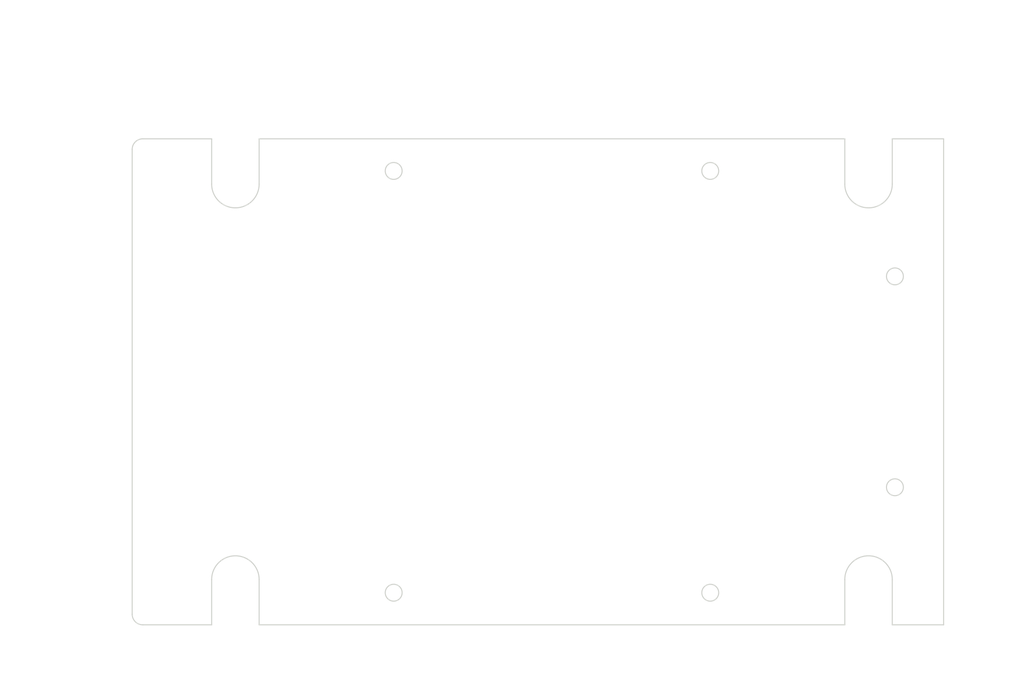
<source format=kicad_pcb>
(kicad_pcb (version 20171130) (host pcbnew "(5.1.0)-1")

  (general
    (thickness 1.6)
    (drawings 99)
    (tracks 0)
    (zones 0)
    (modules 0)
    (nets 1)
  )

  (page A4)
  (layers
    (0 F.Cu signal)
    (31 B.Cu signal)
    (32 B.Adhes user)
    (33 F.Adhes user)
    (34 B.Paste user)
    (35 F.Paste user)
    (36 B.SilkS user)
    (37 F.SilkS user)
    (38 B.Mask user)
    (39 F.Mask user)
    (40 Dwgs.User user)
    (41 Cmts.User user)
    (42 Eco1.User user)
    (43 Eco2.User user)
    (44 Edge.Cuts user)
    (45 Margin user)
    (46 B.CrtYd user)
    (47 F.CrtYd user)
    (48 B.Fab user)
    (49 F.Fab user)
  )

  (setup
    (last_trace_width 0.25)
    (trace_clearance 0.2)
    (zone_clearance 0.508)
    (zone_45_only no)
    (trace_min 0.2)
    (via_size 0.8)
    (via_drill 0.4)
    (via_min_size 0.4)
    (via_min_drill 0.3)
    (uvia_size 0.3)
    (uvia_drill 0.1)
    (uvias_allowed no)
    (uvia_min_size 0.2)
    (uvia_min_drill 0.1)
    (edge_width 0.05)
    (segment_width 0.2)
    (pcb_text_width 0.3)
    (pcb_text_size 1.5 1.5)
    (mod_edge_width 0.12)
    (mod_text_size 1 1)
    (mod_text_width 0.15)
    (pad_size 1.524 1.524)
    (pad_drill 0.762)
    (pad_to_mask_clearance 0.051)
    (solder_mask_min_width 0.25)
    (aux_axis_origin 0 0)
    (visible_elements FFFFFF7F)
    (pcbplotparams
      (layerselection 0x010fc_ffffffff)
      (usegerberextensions false)
      (usegerberattributes false)
      (usegerberadvancedattributes false)
      (creategerberjobfile false)
      (excludeedgelayer true)
      (linewidth 0.152400)
      (plotframeref false)
      (viasonmask false)
      (mode 1)
      (useauxorigin false)
      (hpglpennumber 1)
      (hpglpenspeed 20)
      (hpglpendiameter 15.000000)
      (psnegative false)
      (psa4output false)
      (plotreference true)
      (plotvalue true)
      (plotinvisibletext false)
      (padsonsilk false)
      (subtractmaskfromsilk false)
      (outputformat 1)
      (mirror false)
      (drillshape 1)
      (scaleselection 1)
      (outputdirectory ""))
  )

  (net 0 "")

  (net_class Default "This is the default net class."
    (clearance 0.2)
    (trace_width 0.25)
    (via_dia 0.8)
    (via_drill 0.4)
    (uvia_dia 0.3)
    (uvia_drill 0.1)
  )

  (gr_line (start 109.642361 53.208126) (end 220.642361 53.208126) (layer Edge.Cuts) (width 0.2))
  (gr_line (start 220.642361 53.208126) (end 220.642361 61.795402) (layer Edge.Cuts) (width 0.2))
  (gr_arc (start 225.142361 61.795402) (end 220.642361 61.795402) (angle -180) (layer Edge.Cuts) (width 0.2))
  (gr_line (start 229.642361 61.795402) (end 229.642361 53.208126) (layer Edge.Cuts) (width 0.2))
  (gr_line (start 229.642361 53.208126) (end 239.371381 53.208126) (layer Edge.Cuts) (width 0.2))
  (gr_line (start 239.371381 53.208126) (end 239.371381 145.382677) (layer Edge.Cuts) (width 0.2))
  (gr_line (start 85.582002 55.208126) (end 85.582002 143.382677) (layer Edge.Cuts) (width 0.2))
  (gr_arc (start 87.582002 55.208126) (end 87.582002 53.208126) (angle -90) (layer Edge.Cuts) (width 0.2))
  (gr_line (start 87.582002 53.208126) (end 100.642361 53.208126) (layer Edge.Cuts) (width 0.2))
  (gr_line (start 100.642361 53.208126) (end 100.642361 61.795402) (layer Edge.Cuts) (width 0.2))
  (gr_arc (start 105.142361 61.795402) (end 100.642361 61.795402) (angle -180) (layer Edge.Cuts) (width 0.2))
  (gr_line (start 109.642361 61.795402) (end 109.642361 53.208126) (layer Edge.Cuts) (width 0.2))
  (gr_circle (center 230.142361 79.295402) (end 231.742361 79.295402) (layer Edge.Cuts) (width 0.2))
  (gr_circle (center 195.142361 59.295402) (end 196.742361 59.295402) (layer Edge.Cuts) (width 0.2))
  (gr_circle (center 135.142361 59.295402) (end 136.742361 59.295402) (layer Edge.Cuts) (width 0.2))
  (gr_line (start 109.642361 145.382677) (end 220.642361 145.382677) (layer Edge.Cuts) (width 0.2))
  (gr_line (start 220.642361 145.382677) (end 220.642361 136.795402) (layer Edge.Cuts) (width 0.2))
  (gr_arc (start 225.142361 136.795402) (end 229.642361 136.795402) (angle -180) (layer Edge.Cuts) (width 0.2))
  (gr_line (start 229.642361 136.795402) (end 229.642361 145.382677) (layer Edge.Cuts) (width 0.2))
  (gr_line (start 229.642361 145.382677) (end 239.371381 145.382677) (layer Edge.Cuts) (width 0.2))
  (gr_arc (start 87.582002 143.382677) (end 85.582002 143.382677) (angle -90) (layer Edge.Cuts) (width 0.2))
  (gr_line (start 87.582002 145.382677) (end 100.642361 145.382677) (layer Edge.Cuts) (width 0.2))
  (gr_line (start 100.642361 145.382677) (end 100.642361 136.795402) (layer Edge.Cuts) (width 0.2))
  (gr_arc (start 105.142361 136.795402) (end 109.642361 136.795402) (angle -180) (layer Edge.Cuts) (width 0.2))
  (gr_line (start 109.642361 136.795402) (end 109.642361 145.382677) (layer Edge.Cuts) (width 0.2))
  (gr_circle (center 230.142361 119.295402) (end 231.742361 119.295402) (layer Edge.Cuts) (width 0.2))
  (gr_circle (center 195.142361 139.295402) (end 196.742361 139.295402) (layer Edge.Cuts) (width 0.2))
  (gr_circle (center 135.142361 139.295402) (end 136.742361 139.295402) (layer Edge.Cuts) (width 0.2))
  (gr_line (start 230.142361 119.385402) (end 230.142361 119.205402) (layer Dwgs.User) (width 0.2))
  (gr_line (start 230.052361 119.295402) (end 230.232361 119.295402) (layer Dwgs.User) (width 0.2))
  (gr_text " ∅3.20\n[∅0.13]" (at 249.816697 130.955996) (layer Dwgs.User)
    (effects (font (size 1.7 1.53) (thickness 0.2125)))
  )
  (gr_line (start 243.279828 130.955996) (end 232.83478 121.685147) (layer Dwgs.User) (width 0.2))
  (gr_line (start 245.279828 130.955996) (end 243.279828 130.955996) (layer Dwgs.User) (width 0.2))
  (gr_text [1.95] (at 110.362181 155.272138) (layer Dwgs.User)
    (effects (font (size 1.7 1.53) (thickness 0.2125)))
  )
  (gr_text " 49.56" (at 110.362181 151.714703) (layer Dwgs.User)
    (effects (font (size 1.7 1.53) (thickness 0.2125)))
  )
  (gr_line (start 87.582002 153.382677) (end 106.315251 153.382677) (layer Dwgs.User) (width 0.2))
  (gr_line (start 133.142361 153.382677) (end 114.409112 153.382677) (layer Dwgs.User) (width 0.2))
  (gr_line (start 85.582002 144.382677) (end 85.582002 156.557677) (layer Dwgs.User) (width 0.2))
  (gr_line (start 135.142361 140.295402) (end 135.142361 156.557677) (layer Dwgs.User) (width 0.2))
  (gr_text [1.38] (at 212.642361 153.684744) (layer Dwgs.User)
    (effects (font (size 1.7 1.53) (thickness 0.2125)))
  )
  (gr_text " 35.00" (at 212.642361 150.126729) (layer Dwgs.User)
    (effects (font (size 1.7 1.53) (thickness 0.2125)))
  )
  (gr_line (start 228.142361 151.795282) (end 216.686972 151.795282) (layer Dwgs.User) (width 0.2))
  (gr_line (start 197.142361 151.795282) (end 208.59775 151.795282) (layer Dwgs.User) (width 0.2))
  (gr_line (start 230.142361 120.295402) (end 230.142361 154.970282) (layer Dwgs.User) (width 0.2))
  (gr_line (start 195.142361 140.295402) (end 195.142361 154.970282) (layer Dwgs.User) (width 0.2))
  (gr_text [2.36] (at 165.142361 154.38683) (layer Dwgs.User)
    (effects (font (size 1.7 1.53) (thickness 0.2125)))
  )
  (gr_text " 60.00" (at 165.142361 150.829394) (layer Dwgs.User)
    (effects (font (size 1.7 1.53) (thickness 0.2125)))
  )
  (gr_line (start 193.142361 152.497368) (end 169.186972 152.497368) (layer Dwgs.User) (width 0.2))
  (gr_line (start 137.142361 152.497368) (end 161.09775 152.497368) (layer Dwgs.User) (width 0.2))
  (gr_line (start 195.142361 140.295402) (end 195.142361 155.672368) (layer Dwgs.User) (width 0.2))
  (gr_line (start 135.142361 140.295402) (end 135.142361 155.672368) (layer Dwgs.User) (width 0.2))
  (gr_text [1.57] (at 247.122151 101.184863) (layer Dwgs.User)
    (effects (font (size 1.7 1.53) (thickness 0.2125)))
  )
  (gr_text " 40.00" (at 247.122151 97.627427) (layer Dwgs.User)
    (effects (font (size 1.7 1.53) (thickness 0.2125)))
  )
  (gr_line (start 247.122151 117.295402) (end 247.122151 102.852837) (layer Dwgs.User) (width 0.2))
  (gr_line (start 247.122151 81.295402) (end 247.122151 95.737966) (layer Dwgs.User) (width 0.2))
  (gr_line (start 231.142361 119.295402) (end 250.297151 119.295402) (layer Dwgs.User) (width 0.2))
  (gr_line (start 231.142361 79.295402) (end 250.297151 79.295402) (layer Dwgs.User) (width 0.2))
  (gr_text [.52] (at 142.212665 50.605616) (layer Dwgs.User)
    (effects (font (size 1.7 1.53) (thickness 0.2125)))
  )
  (gr_text " 13.09" (at 142.212665 47.047601) (layer Dwgs.User)
    (effects (font (size 1.7 1.53) (thickness 0.2125)))
  )
  (gr_line (start 136.163415 48.716155) (end 138.163415 48.716155) (layer Dwgs.User) (width 0.2))
  (gr_line (start 136.163415 53.208126) (end 136.163415 48.716155) (layer Dwgs.User) (width 0.2))
  (gr_line (start 136.163415 64.295402) (end 136.163415 55.208126) (layer Dwgs.User) (width 0.2))
  (gr_line (start 106.142361 66.295402) (end 139.338415 66.295402) (layer Dwgs.User) (width 0.2))
  (gr_text [3.15] (at 75.923121 101.184863) (layer Dwgs.User)
    (effects (font (size 1.7 1.53) (thickness 0.2125)))
  )
  (gr_text " 80.00" (at 75.923121 97.627427) (layer Dwgs.User)
    (effects (font (size 1.7 1.53) (thickness 0.2125)))
  )
  (gr_line (start 75.923121 137.295402) (end 75.923121 102.852837) (layer Dwgs.User) (width 0.2))
  (gr_line (start 75.923121 61.295402) (end 75.923121 95.737966) (layer Dwgs.User) (width 0.2))
  (gr_line (start 134.142361 139.295402) (end 72.748121 139.295402) (layer Dwgs.User) (width 0.2))
  (gr_line (start 134.142361 59.295402) (end 72.748121 59.295402) (layer Dwgs.User) (width 0.2))
  (gr_text [4.37] (at 165.142361 45.097587) (layer Dwgs.User)
    (effects (font (size 1.7 1.53) (thickness 0.2125)))
  )
  (gr_text " 111.00" (at 165.142361 41.540152) (layer Dwgs.User)
    (effects (font (size 1.7 1.53) (thickness 0.2125)))
  )
  (gr_line (start 218.642361 43.208126) (end 169.847375 43.208126) (layer Dwgs.User) (width 0.2))
  (gr_line (start 111.642361 43.208126) (end 160.437347 43.208126) (layer Dwgs.User) (width 0.2))
  (gr_line (start 220.642361 52.208126) (end 220.642361 40.033126) (layer Dwgs.User) (width 0.2))
  (gr_line (start 109.642361 52.208126) (end 109.642361 40.033126) (layer Dwgs.User) (width 0.2))
  (gr_text [.35] (at 115.507796 49.957148) (layer Dwgs.User)
    (effects (font (size 1.7 1.53) (thickness 0.2125)))
  )
  (gr_text " 9.00" (at 115.507796 46.399713) (layer Dwgs.User)
    (effects (font (size 1.7 1.53) (thickness 0.2125)))
  )
  (gr_line (start 109.642361 48.067687) (end 112.123587 48.067687) (layer Dwgs.User) (width 0.2))
  (gr_line (start 102.642361 48.067687) (end 107.642361 48.067687) (layer Dwgs.User) (width 0.2))
  (gr_line (start 100.642361 52.208126) (end 100.642361 44.892687) (layer Dwgs.User) (width 0.2))
  (gr_line (start 109.642361 52.208126) (end 109.642361 44.892687) (layer Dwgs.User) (width 0.2))
  (gr_text [.59] (at 93.112181 49.957148) (layer Dwgs.User)
    (effects (font (size 1.7 1.53) (thickness 0.2125)))
  )
  (gr_text " 15.06" (at 93.112181 46.399713) (layer Dwgs.User)
    (effects (font (size 1.7 1.53) (thickness 0.2125)))
  )
  (gr_line (start 98.642361 48.067687) (end 97.159112 48.067687) (layer Dwgs.User) (width 0.2))
  (gr_line (start 87.582002 48.067687) (end 89.065251 48.067687) (layer Dwgs.User) (width 0.2))
  (gr_line (start 100.642361 52.208126) (end 100.642361 44.892687) (layer Dwgs.User) (width 0.2))
  (gr_line (start 85.582002 54.208126) (end 85.582002 44.892687) (layer Dwgs.User) (width 0.2))
  (gr_text [6.05] (at 162.476691 32.039563) (layer Dwgs.User)
    (effects (font (size 1.7 1.53) (thickness 0.2125)))
  )
  (gr_text " 153.79" (at 162.476691 28.481548) (layer Dwgs.User)
    (effects (font (size 1.7 1.53) (thickness 0.2125)))
  )
  (gr_line (start 237.371381 30.150102) (end 167.186344 30.150102) (layer Dwgs.User) (width 0.2))
  (gr_line (start 87.582002 30.150102) (end 157.767039 30.150102) (layer Dwgs.User) (width 0.2))
  (gr_line (start 239.371381 52.208126) (end 239.371381 26.975102) (layer Dwgs.User) (width 0.2))
  (gr_line (start 85.582002 54.208126) (end 85.582002 26.975102) (layer Dwgs.User) (width 0.2))
  (gr_text [3.63] (at 64.553419 101.184863) (layer Dwgs.User)
    (effects (font (size 1.7 1.53) (thickness 0.2125)))
  )
  (gr_text " 92.17" (at 64.553419 97.627427) (layer Dwgs.User)
    (effects (font (size 1.7 1.53) (thickness 0.2125)))
  )
  (gr_line (start 64.553419 143.382677) (end 64.553419 102.852837) (layer Dwgs.User) (width 0.2))
  (gr_line (start 64.553419 55.208126) (end 64.553419 95.737966) (layer Dwgs.User) (width 0.2))
  (gr_line (start 86.582002 145.382677) (end 61.378419 145.382677) (layer Dwgs.User) (width 0.2))
  (gr_line (start 86.582002 53.208126) (end 61.378419 53.208126) (layer Dwgs.User) (width 0.2))

)

</source>
